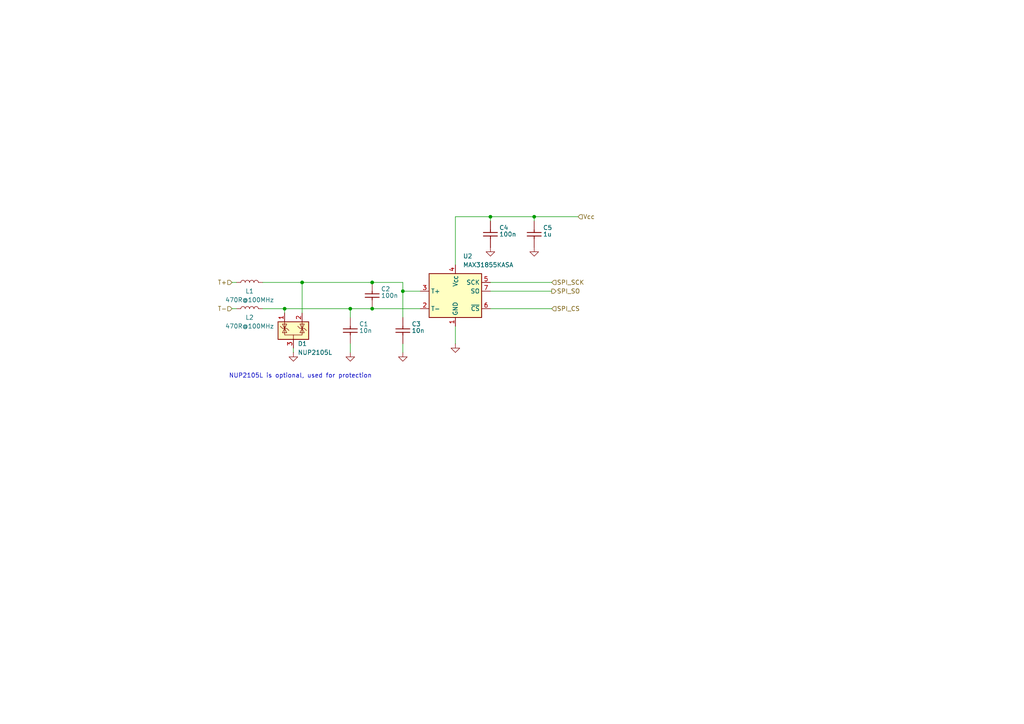
<source format=kicad_sch>
(kicad_sch (version 20231120) (generator "eeschema") (generator_version "8.0")
  (paper "A4")
  (lib_symbols
    (symbol "Device:L" (pin_numbers hide) (pin_names (offset 1.016) hide)
      (property "Reference" "L" (at -1.27 0 90))
      (property "Value" "L" (at 1.905 0 90))
      (symbol "L_0_1"
        (arc (start 0 -2.54) (mid 0.6323 -1.905) (end 0 -1.27))
        (arc (start 0 -1.27) (mid 0.6323 -0.635) (end 0 0))
        (arc (start 0 0) (mid 0.6323 0.635) (end 0 1.27))
        (arc (start 0 1.27) (mid 0.6323 1.905) (end 0 2.54))
      )
      (symbol "L_1_1"
        (pin passive line (at 0 3.81 270) (length 1.27) (name "1") (number "1"))
        (pin passive line (at 0 -3.81 90) (length 1.27) (name "2") (number "2"))
      )
    )
    (symbol "Power_Protection:NUP2105L" (pin_names hide)
      (property "Reference" "D" (at 5.715 2.54 0))
      (property "Value" "NUP2105L" (at 5.715 0.635 0))
      (symbol "NUP2105L_0_0"
        (pin passive line (at 0 -5.08 90) (length 2.54) (name "A") (number "3"))
      )
      (symbol "NUP2105L_0_1"
        (rectangle (start -4.445 2.54) (end 4.445 -2.54) (stroke (width 0.254)) (fill (type background)))
        (polyline (pts (xy -2.54 2.54) (xy -2.54 0.635)))
        (polyline (pts (xy 0 -1.27) (xy 0 -2.54)))
        (polyline (pts (xy 2.54 2.54) (xy 2.54 0.635)))
        (polyline (pts (xy -3.81 1.27) (xy -3.175 0.635) (xy -1.905 0.635) (xy -1.27 0)))
        (polyline (pts (xy -2.54 0.635) (xy -2.54 -1.27) (xy 2.54 -1.27) (xy 2.54 0.635)))
        (polyline (pts (xy -2.54 0.635) (xy -1.905 -0.635) (xy -3.175 -0.635) (xy -2.54 0.635)))
        (polyline (pts (xy 2.54 0.635) (xy 1.905 -0.635) (xy 3.175 -0.635) (xy 2.54 0.635)))
        (polyline (pts (xy 2.54 0.635) (xy 3.175 1.905) (xy 1.905 1.905) (xy 2.54 0.635)))
        (polyline (pts (xy -2.54 0.635) (xy -3.175 1.905) (xy -1.905 1.905) (xy -2.54 0.635) (xy -2.54 1.27)))
        (polyline (pts (xy 1.27 1.27) (xy 1.905 0.635) (xy 2.54 0.635) (xy 3.175 0.635) (xy 3.81 0)))
      )
      (symbol "NUP2105L_1_1"
        (pin passive line (at -2.54 5.08 270) (length 2.54) (name "K") (number "1"))
        (pin passive line (at 2.54 5.08 270) (length 2.54) (name "K") (number "2"))
      )
    )
    (symbol "Sensor_Temperature:MAX31855KASA"
      (property "Reference" "U" (at -7.62 8.89 0))
      (property "Value" "MAX31855KASA" (at 1.27 8.89 0))
      (symbol "MAX31855KASA_0_1"
        (rectangle (start -7.62 7.62) (end 7.62 -5.08) (stroke (width 0.254)) (fill (type background)))
      )
      (symbol "MAX31855KASA_1_1"
        (pin power_in line (at 0 -7.62 90) (length 2.54) (name "GND") (number "1"))
        (pin passive line (at -10.16 -2.54 0) (length 2.54) (name "T-") (number "2"))
        (pin passive line (at -10.16 2.54 0) (length 2.54) (name "T+") (number "3"))
        (pin power_in line (at 0 10.16 270) (length 2.54) (name "V_{CC}") (number "4"))
        (pin input line (at 10.16 5.08 180) (length 2.54) (name "SCK") (number "5"))
        (pin input line (at 10.16 -2.54 180) (length 2.54) (name "~{CS}") (number "6"))
        (pin tri_state line (at 10.16 2.54 180) (length 2.54) (name "SO") (number "7"))
        (pin no_connect line (at -7.62 5.08 0) (length 2.54) hide (name "NC") (number "8"))
      )
    )
    (symbol "hellen-one-common:Cap" (pin_numbers hide)
      (property "Reference" "C" (at -3.81 2.54 0))
      (property "Value" "Cap" (at -2.54 -1.27 0))
      (symbol "Cap_1_0"
        (polyline (pts (xy -1.27 0) (xy -0.508 0)) (stroke (width 0.254)))
        (polyline (pts (xy -0.508 -2.032) (xy -0.508 2.032)) (stroke (width 0.254)))
        (polyline (pts (xy 0.508 2.032) (xy 0.508 -2.032)) (stroke (width 0.254)))
        (polyline (pts (xy 1.27 0) (xy 0.508 0)) (stroke (width 0.254)))
        (pin passive line (at -3.81 0 0) (length 2.54) (name "") (number "1"))
        (pin passive line (at 3.81 0 180) (length 2.54) (name "") (number "2"))
      )
    )
    (symbol "power:GND" (power) (pin_numbers hide) (pin_names (offset 0) hide)
      (property "Value" "GND" (at 0 -3.81 0))
      (symbol "GND_0_1"
        (polyline (pts (xy 0 0) (xy 0 -1.27) (xy 1.27 -1.27) (xy 0 -2.54) (xy -1.27 -1.27) (xy 0 -1.27)))
      )
      (symbol "GND_1_1"
        (pin power_in line (at 0 0 270) (length 0) (name "~") (number "1"))
      )
    )
  )
  (junction (at 142.24 62.865))
  (junction (at 154.94 62.865))
  (junction (at 87.63 81.915))
  (junction (at 107.95 81.915))
  (junction (at 101.6 89.535))
  (junction (at 107.95 89.535))
  (junction (at 116.84 84.455))
  (junction (at 82.55 89.535))
  (wire (pts (xy 67.31 81.915) (xy 68.58 81.915)))
  (wire (pts (xy 154.94 62.865) (xy 167.64 62.865)))
  (wire (pts (xy 142.24 62.865) (xy 142.24 64.135)))
  (wire (pts (xy 87.63 81.915) (xy 107.95 81.915)))
  (wire (pts (xy 142.24 81.915) (xy 160.02 81.915)))
  (wire (pts (xy 142.24 89.535) (xy 160.02 89.535)))
  (wire (pts (xy 132.08 94.615) (xy 132.08 99.695)))
  (wire (pts (xy 82.55 89.535) (xy 101.6 89.535)))
  (wire (pts (xy 132.08 62.865) (xy 142.24 62.865)))
  (wire (pts (xy 132.08 76.835) (xy 132.08 62.865)))
  (wire (pts (xy 85.09 102.235) (xy 85.09 100.965)))
  (wire (pts (xy 101.6 89.535) (xy 101.6 92.075)))
  (wire (pts (xy 116.84 81.915) (xy 116.84 84.455)))
  (wire (pts (xy 142.24 62.865) (xy 154.94 62.865)))
  (wire (pts (xy 101.6 99.695) (xy 101.6 102.235)))
  (wire (pts (xy 116.84 84.455) (xy 116.84 92.075)))
  (wire (pts (xy 67.31 89.535) (xy 68.58 89.535)))
  (wire (pts (xy 76.2 89.535) (xy 82.55 89.535)))
  (wire (pts (xy 76.2 81.915) (xy 87.63 81.915)))
  (wire (pts (xy 116.84 99.695) (xy 116.84 102.235)))
  (wire (pts (xy 142.24 84.455) (xy 160.02 84.455)))
  (wire (pts (xy 87.63 81.915) (xy 87.63 90.805)))
  (wire (pts (xy 101.6 89.535) (xy 107.95 89.535)))
  (wire (pts (xy 107.95 81.915) (xy 116.84 81.915)))
  (wire (pts (xy 107.95 89.535) (xy 121.92 89.535)))
  (wire (pts (xy 116.84 84.455) (xy 121.92 84.455)))
  (wire (pts (xy 154.94 62.865) (xy 154.94 64.135)))
  (wire (pts (xy 82.55 89.535) (xy 82.55 90.805)))
  (text "NUP2105L is optional, used for protection" (at 87.122 109.093 0) (effects (font (size 1.27 1.27))))
  (hierarchical_label "T-" (shape input) (at 67.31 89.535 180))
  (hierarchical_label "SPI_SO" (shape output) (at 160.02 84.455 0))
  (hierarchical_label "Vcc" (shape input) (at 167.64 62.865 0))
  (hierarchical_label "SPI_CS" (shape input) (at 160.02 89.535 0))
  (hierarchical_label "T+" (shape input) (at 67.31 81.915 180))
  (hierarchical_label "SPI_SCK" (shape input) (at 160.02 81.915 0))
  (symbol (lib_id "power:GND") (at 132.08 99.695 0) (unit 1)
    (property "Reference" "#PWR032" (effects (hide yes)))
    (property "Value" "GND" (effects (hide yes)))
    (property "Description" "Power symbol creates a global label with name \"GND\" , ground" (effects (hide yes)))
  )
  (symbol (lib_id "Sensor_Temperature:MAX31855KASA") (at 132.08 86.995 0) (unit 1)
    (property "Reference" "U2" (at 134.2741 74.295 0) (effects (justify left)))
    (property "Value" "MAX31855KASA" (at 134.2741 76.835 0) (effects (justify left)))
    (property "Footprint" "Package_SO:SOIC-8_3.9x4.9mm_P1.27mm" (effects (hide yes)))
    (property "Datasheet" "http://datasheets.maximintegrated.com/en/ds/MAX31855.pdf" (effects (hide yes)))
    (property "Description" "Cold Junction K-type Thermocouple Interface, SPI, SOIC-8" (effects (hide yes)))
    (property "LCSC" "C52028" (effects (hide yes)))
  )
  (symbol (lib_id "hellen-one-common:Cap") (at 154.94 67.945 90) (unit 1)
    (property "Reference" "C5" (at 157.48 66.04 90) (effects (justify right)))
    (property "Value" "1u" (at 157.48 67.945 90) (effects (justify right)))
    (property "Footprint" "hellen-one-common:C0603" (effects (hide yes)))
    (property "LCSC" "C15849" (effects (hide yes)))
  )
  (symbol (lib_id "Power_Protection:NUP2105L") (at 85.09 95.885 0) (unit 1)
    (property "Reference" "D1" (at 86.36 99.695 0) (effects (justify left)))
    (property "Value" "NUP2105L" (at 86.36 102.235 0) (effects (justify left)))
    (property "Footprint" "Package_TO_SOT_SMD:SOT-23" (effects (hide yes)))
    (property "Datasheet" "http://www.onsemi.com/pub_link/Collateral/NUP2105L-D.PDF" (effects (hide yes)))
    (property "LCSC" "C284104" (effects (hide yes)))
  )
  (symbol (lib_id "power:GND") (at 142.24 71.755 0) (unit 1)
    (property "Reference" "#PWR033" (effects (hide yes)))
    (property "Value" "GND" (effects (hide yes)))
    (property "Description" "Power symbol creates a global label with name \"GND\" , ground" (effects (hide yes)))
  )
  (symbol (lib_id "Device:L") (at 72.39 81.915 90) (unit 1)
    (property "Reference" "L1" (at 72.39 84.455 90))
    (property "Value" "470R@100MHz" (at 72.39 86.995 90))
    (property "Footprint" "Inductor_SMD:L_0603_1608Metric" (effects (hide yes)))
    (property "LCSC" "C97853" (effects (hide yes)))
  )
  (symbol (lib_id "Device:L") (at 72.39 89.535 90) (unit 1)
    (property "Reference" "L2" (at 72.39 92.075 90))
    (property "Value" "470R@100MHz" (at 72.39 94.615 90))
    (property "Footprint" "Inductor_SMD:L_0603_1608Metric" (effects (hide yes)))
    (property "LCSC" "C97853" (effects (hide yes)))
  )
  (symbol (lib_id "hellen-one-common:Cap") (at 107.95 85.725 90) (unit 1)
    (property "Reference" "C2" (at 110.49 83.82 90) (effects (justify right)))
    (property "Value" "100n" (at 110.49 85.725 90) (effects (justify right)))
    (property "Footprint" "hellen-one-common:C0603" (effects (hide yes)))
    (property "LCSC" "C14663" (effects (hide yes)))
  )
  (symbol (lib_id "hellen-one-common:Cap") (at 142.24 67.945 90) (unit 1)
    (property "Reference" "C4" (at 144.78 66.04 90) (effects (justify right)))
    (property "Value" "100n" (at 144.78 67.945 90) (effects (justify right)))
    (property "Footprint" "hellen-one-common:C0603" (effects (hide yes)))
    (property "LCSC" "C14663" (effects (hide yes)))
  )
  (symbol (lib_id "power:GND") (at 85.09 102.235 0) (unit 1)
    (property "Reference" "#PWR029" (effects (hide yes)))
    (property "Value" "GND" (effects (hide yes)))
    (property "Description" "Power symbol creates a global label with name \"GND\" , ground" (effects (hide yes)))
  )
  (symbol (lib_id "power:GND") (at 116.84 102.235 0) (unit 1)
    (property "Reference" "#PWR031" (effects (hide yes)))
    (property "Value" "GND" (effects (hide yes)))
    (property "Description" "Power symbol creates a global label with name \"GND\" , ground" (effects (hide yes)))
  )
  (symbol (lib_id "power:GND") (at 154.94 71.755 0) (unit 1)
    (property "Reference" "#PWR036" (effects (hide yes)))
    (property "Value" "GND" (effects (hide yes)))
    (property "Description" "Power symbol creates a global label with name \"GND\" , ground" (effects (hide yes)))
  )
  (symbol (lib_id "hellen-one-common:Cap") (at 116.84 95.885 90) (unit 1)
    (property "Reference" "C3" (at 119.38 93.98 90) (effects (justify right)))
    (property "Value" "10n" (at 119.38 95.885 90) (effects (justify right)))
    (property "Footprint" "hellen-one-common:C0603" (effects (hide yes)))
    (property "LCSC" "C57112" (effects (hide yes)))
  )
  (symbol (lib_id "hellen-one-common:Cap") (at 101.6 95.885 90) (unit 1)
    (property "Reference" "C1" (at 104.14 93.98 90) (effects (justify right)))
    (property "Value" "10n" (at 104.14 95.885 90) (effects (justify right)))
    (property "Footprint" "hellen-one-common:C0603" (effects (hide yes)))
    (property "LCSC" "C57112" (effects (hide yes)))
  )
  (symbol (lib_id "power:GND") (at 101.6 102.235 0) (unit 1)
    (property "Reference" "#PWR030" (effects (hide yes)))
    (property "Value" "GND" (effects (hide yes)))
    (property "Description" "Power symbol creates a global label with name \"GND\" , ground" (effects (hide yes)))
  )
)
</source>
